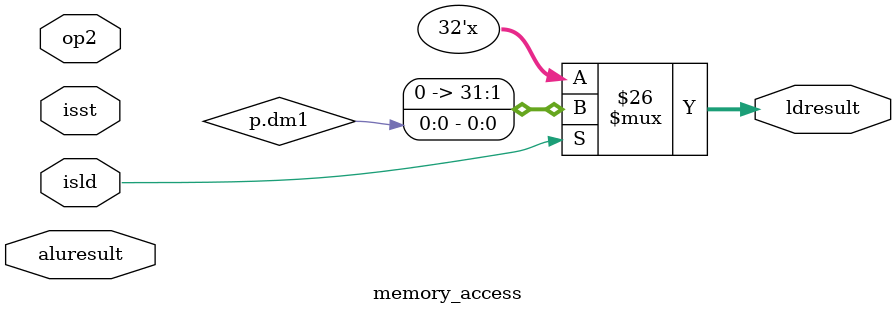
<source format=v>
module memory_access( op2,aluresult, isld, isst, ldresult );

input [31:0] op2,aluresult;
input isld,isst;
output [31:0] ldresult;
          
wire [31:0] op2,aluresult;
wire isld,isst;
reg [31:0] ldresult;


           always @(*)
           begin     
           #2                                   // waiting for aluresult to come.
           if (isld == 1)
           begin
           p.am1    = aluresult ;
           ldresult = p.dm1;
           p.rw     = 0;
          end
          else if ( isst == 1)
          begin
         
           p.rw  = 1;
           p.am2 = aluresult ;
           p.dm3 = op2 ;
          end
          
          end
          endmodule 


</source>
